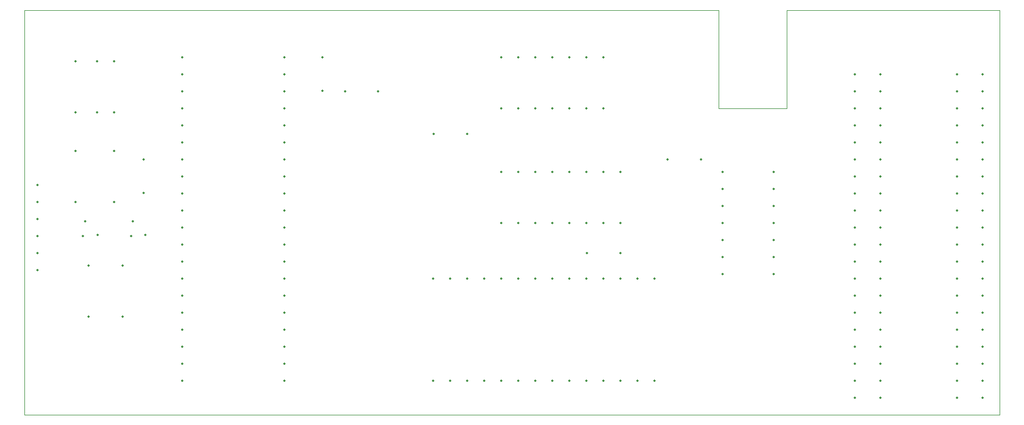
<source format=gbr>
%TF.GenerationSoftware,KiCad,Pcbnew,8.0.5+1*%
%TF.CreationDate,2024-10-09T19:18:35+02:00*%
%TF.ProjectId,QL_PC0084A_keyboard_adapter,514c5f50-4330-4303-9834-415f6b657962,0*%
%TF.SameCoordinates,Original*%
%TF.FileFunction,Profile,NP*%
%FSLAX46Y46*%
G04 Gerber Fmt 4.6, Leading zero omitted, Abs format (unit mm)*
G04 Created by KiCad (PCBNEW 8.0.5+1) date 2024-10-09 19:18:35*
%MOMM*%
%LPD*%
G01*
G04 APERTURE LIST*
%TA.AperFunction,Profile*%
%ADD10C,0.050000*%
%TD*%
%ADD11C,0.350000*%
G04 APERTURE END LIST*
D10*
X195580000Y-86360000D02*
X205740000Y-86360000D01*
X205740000Y-71755000D01*
X237490000Y-71755000D01*
X237490000Y-132080000D01*
X92075000Y-132080000D01*
X92075000Y-71755000D01*
X195580000Y-71755000D01*
X195580000Y-86360000D01*
D11*
X110109556Y-105282437D03*
X107932505Y-105409437D03*
X108204556Y-103250437D03*
X102976000Y-105283000D03*
X100798949Y-105410000D03*
X101071000Y-103251000D03*
X115570000Y-78740000D03*
X115570000Y-81280000D03*
X115570000Y-83820000D03*
X115570000Y-86360000D03*
X115570000Y-88900000D03*
X115570000Y-91440000D03*
X115570000Y-93980000D03*
X115570000Y-96520000D03*
X115570000Y-99060000D03*
X115570000Y-101600000D03*
X115570000Y-104140000D03*
X115570000Y-106680000D03*
X115570000Y-109220000D03*
X115570000Y-111760000D03*
X115570000Y-114300000D03*
X115570000Y-116840000D03*
X115570000Y-119380000D03*
X115570000Y-121920000D03*
X115570000Y-124460000D03*
X115570000Y-127000000D03*
X130810000Y-127000000D03*
X130810000Y-124460000D03*
X130810000Y-121920000D03*
X130810000Y-119380000D03*
X130810000Y-116840000D03*
X130810000Y-114300000D03*
X130810000Y-111760000D03*
X130810000Y-109220000D03*
X130810000Y-106680000D03*
X130810000Y-104140000D03*
X130810000Y-101600000D03*
X130810000Y-99060000D03*
X130810000Y-96520000D03*
X130810000Y-93980000D03*
X130810000Y-91440000D03*
X130810000Y-88900000D03*
X130810000Y-86360000D03*
X130810000Y-83820000D03*
X130810000Y-81280000D03*
X130810000Y-78740000D03*
X178440000Y-78750000D03*
X175900000Y-78750000D03*
X173360000Y-78750000D03*
X170820000Y-78750000D03*
X168280000Y-78750000D03*
X165740000Y-78750000D03*
X163200000Y-78750000D03*
X163200000Y-86370000D03*
X165740000Y-86370000D03*
X168280000Y-86370000D03*
X170820000Y-86370000D03*
X173360000Y-86370000D03*
X175900000Y-86370000D03*
X178440000Y-86370000D03*
X215900000Y-81280000D03*
X215900000Y-83820000D03*
X215900000Y-86360000D03*
X215900000Y-88900000D03*
X215900000Y-91440000D03*
X215900000Y-93980000D03*
X215900000Y-96520000D03*
X215900000Y-99060000D03*
X215900000Y-101600000D03*
X215900000Y-104140000D03*
X215900000Y-106680000D03*
X215900000Y-109220000D03*
X215900000Y-111760000D03*
X215900000Y-114300000D03*
X215900000Y-116840000D03*
X215900000Y-119380000D03*
X215900000Y-121920000D03*
X215900000Y-124460000D03*
X215900000Y-127000000D03*
X215900000Y-129540000D03*
X231140000Y-129540000D03*
X231140000Y-127000000D03*
X231140000Y-124460000D03*
X231140000Y-121920000D03*
X231140000Y-119380000D03*
X231140000Y-116840000D03*
X231140000Y-114300000D03*
X231140000Y-111760000D03*
X231140000Y-109220000D03*
X231140000Y-106680000D03*
X231140000Y-104140000D03*
X231140000Y-101600000D03*
X231140000Y-99060000D03*
X231140000Y-96520000D03*
X231140000Y-93980000D03*
X231140000Y-91440000D03*
X231140000Y-88900000D03*
X231140000Y-86360000D03*
X231140000Y-83820000D03*
X231140000Y-81280000D03*
X105410000Y-86995000D03*
X105410000Y-79375000D03*
X136525000Y-83780000D03*
X136525000Y-78780000D03*
X180975000Y-95885000D03*
X178435000Y-95885000D03*
X175895000Y-95885000D03*
X173355000Y-95885000D03*
X170815000Y-95885000D03*
X168275000Y-95885000D03*
X165735000Y-95885000D03*
X163195000Y-95885000D03*
X163195000Y-103505000D03*
X165735000Y-103505000D03*
X168275000Y-103505000D03*
X170815000Y-103505000D03*
X173355000Y-103505000D03*
X175895000Y-103505000D03*
X178435000Y-103505000D03*
X180975000Y-103505000D03*
X109855000Y-98980000D03*
X109855000Y-93980000D03*
X153075000Y-90170000D03*
X158075000Y-90170000D03*
X187960000Y-93980000D03*
X192960000Y-93980000D03*
X105410000Y-92710000D03*
X105410000Y-100330000D03*
X180975000Y-107950000D03*
X175975000Y-107950000D03*
X139880000Y-83790000D03*
X144780000Y-83790000D03*
X102870000Y-86995000D03*
X102870000Y-79375000D03*
X106680000Y-109855000D03*
X106680000Y-117475000D03*
X101600000Y-109855000D03*
X101600000Y-117475000D03*
X99695000Y-100330000D03*
X99695000Y-92710000D03*
X203825000Y-111125000D03*
X203825000Y-108585000D03*
X203825000Y-106045000D03*
X203825000Y-103505000D03*
X203825000Y-100965000D03*
X203825000Y-98425000D03*
X203825000Y-95885000D03*
X196205000Y-95885000D03*
X196205000Y-98425000D03*
X196205000Y-100965000D03*
X196205000Y-103505000D03*
X196205000Y-106045000D03*
X196205000Y-108585000D03*
X196205000Y-111125000D03*
X99695000Y-79375000D03*
X99695000Y-86995000D03*
X153035000Y-127000000D03*
X155575000Y-127000000D03*
X158115000Y-127000000D03*
X160655000Y-127000000D03*
X163195000Y-127000000D03*
X165735000Y-127000000D03*
X168275000Y-127000000D03*
X170815000Y-127000000D03*
X173355000Y-127000000D03*
X175895000Y-127000000D03*
X178435000Y-127000000D03*
X180975000Y-127000000D03*
X183515000Y-127000000D03*
X186055000Y-127000000D03*
X186055000Y-111760000D03*
X183515000Y-111760000D03*
X180975000Y-111760000D03*
X178435000Y-111760000D03*
X175895000Y-111760000D03*
X173355000Y-111760000D03*
X170815000Y-111760000D03*
X168275000Y-111760000D03*
X165735000Y-111760000D03*
X163195000Y-111760000D03*
X160655000Y-111760000D03*
X158115000Y-111760000D03*
X155575000Y-111760000D03*
X153035000Y-111760000D03*
X93980000Y-110490000D03*
X93980000Y-107950000D03*
X93980000Y-105410000D03*
X93980000Y-102870000D03*
X93980000Y-100330000D03*
X93980000Y-97790000D03*
X234950000Y-129540000D03*
X234950000Y-127000000D03*
X234950000Y-124460000D03*
X234950000Y-121920000D03*
X234950000Y-119380000D03*
X234950000Y-116840000D03*
X234950000Y-114300000D03*
X234950000Y-111760000D03*
X234950000Y-109220000D03*
X234950000Y-106680000D03*
X234950000Y-104140000D03*
X234950000Y-101600000D03*
X234950000Y-99060000D03*
X234950000Y-96520000D03*
X234950000Y-93980000D03*
X234950000Y-91440000D03*
X234950000Y-88900000D03*
X234950000Y-86360000D03*
X234950000Y-83820000D03*
X234950000Y-81280000D03*
X219710000Y-81280000D03*
X219710000Y-83820000D03*
X219710000Y-86360000D03*
X219710000Y-88900000D03*
X219710000Y-91440000D03*
X219710000Y-93980000D03*
X219710000Y-96520000D03*
X219710000Y-99060000D03*
X219710000Y-101600000D03*
X219710000Y-104140000D03*
X219710000Y-106680000D03*
X219710000Y-109220000D03*
X219710000Y-111760000D03*
X219710000Y-114300000D03*
X219710000Y-116840000D03*
X219710000Y-119380000D03*
X219710000Y-121920000D03*
X219710000Y-124460000D03*
X219710000Y-127000000D03*
X219710000Y-129540000D03*
M02*

</source>
